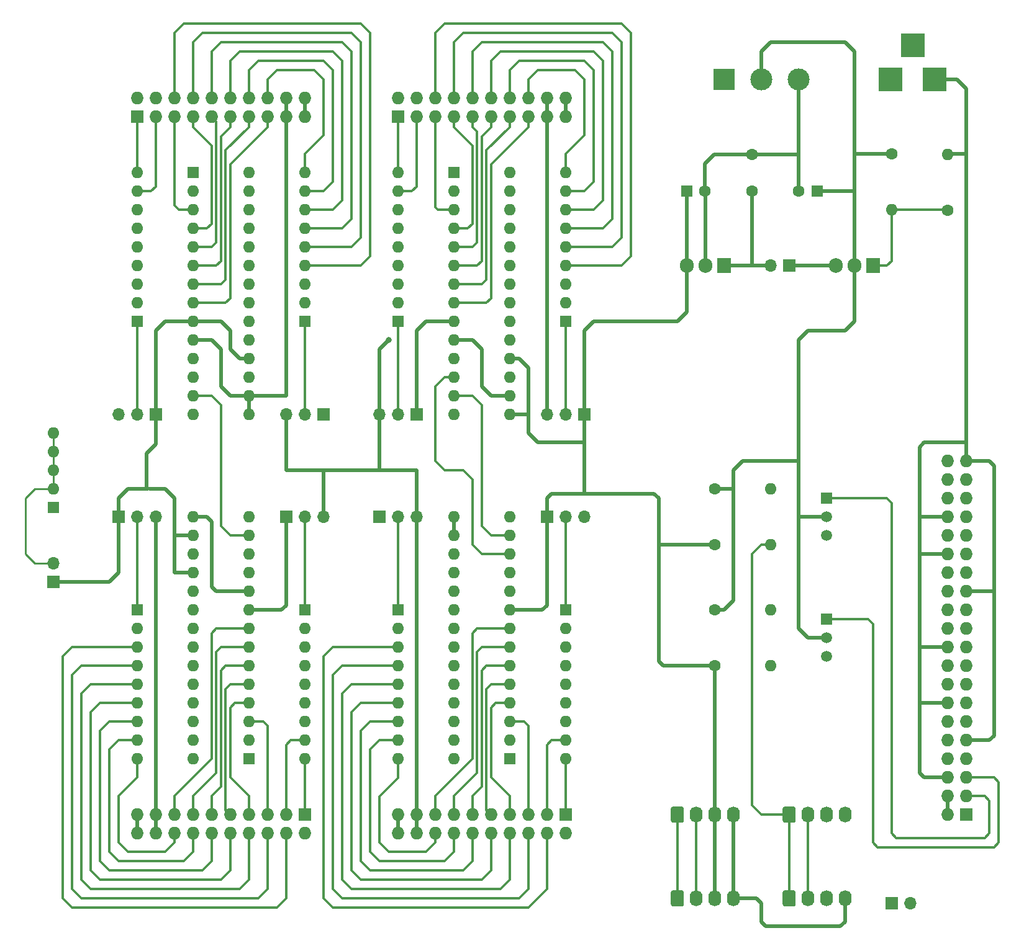
<source format=gbr>
G04 #@! TF.GenerationSoftware,KiCad,Pcbnew,(5.1.10)-1*
G04 #@! TF.CreationDate,2021-10-12T08:16:22+02:00*
G04 #@! TF.ProjectId,FGINT-V3-MASTER-64,4647494e-542d-4563-932d-4d4153544552,rev?*
G04 #@! TF.SameCoordinates,Original*
G04 #@! TF.FileFunction,Copper,L2,Bot*
G04 #@! TF.FilePolarity,Positive*
%FSLAX46Y46*%
G04 Gerber Fmt 4.6, Leading zero omitted, Abs format (unit mm)*
G04 Created by KiCad (PCBNEW (5.1.10)-1) date 2021-10-12 08:16:22*
%MOMM*%
%LPD*%
G01*
G04 APERTURE LIST*
G04 #@! TA.AperFunction,ComponentPad*
%ADD10R,1.500000X1.500000*%
G04 #@! TD*
G04 #@! TA.AperFunction,ComponentPad*
%ADD11C,1.500000*%
G04 #@! TD*
G04 #@! TA.AperFunction,ComponentPad*
%ADD12O,1.700000X1.700000*%
G04 #@! TD*
G04 #@! TA.AperFunction,ComponentPad*
%ADD13R,1.700000X1.700000*%
G04 #@! TD*
G04 #@! TA.AperFunction,ComponentPad*
%ADD14O,1.740000X2.200000*%
G04 #@! TD*
G04 #@! TA.AperFunction,ComponentPad*
%ADD15C,1.600000*%
G04 #@! TD*
G04 #@! TA.AperFunction,ComponentPad*
%ADD16R,1.600000X1.600000*%
G04 #@! TD*
G04 #@! TA.AperFunction,ComponentPad*
%ADD17R,3.200000X3.200000*%
G04 #@! TD*
G04 #@! TA.AperFunction,ComponentPad*
%ADD18R,1.727200X1.727200*%
G04 #@! TD*
G04 #@! TA.AperFunction,ComponentPad*
%ADD19O,1.727200X1.727200*%
G04 #@! TD*
G04 #@! TA.AperFunction,ComponentPad*
%ADD20O,1.600000X1.600000*%
G04 #@! TD*
G04 #@! TA.AperFunction,ComponentPad*
%ADD21O,1.905000X2.000000*%
G04 #@! TD*
G04 #@! TA.AperFunction,ComponentPad*
%ADD22R,1.905000X2.000000*%
G04 #@! TD*
G04 #@! TA.AperFunction,ComponentPad*
%ADD23R,3.000000X3.000000*%
G04 #@! TD*
G04 #@! TA.AperFunction,ComponentPad*
%ADD24C,3.000000*%
G04 #@! TD*
G04 #@! TA.AperFunction,ViaPad*
%ADD25C,0.800000*%
G04 #@! TD*
G04 #@! TA.AperFunction,Conductor*
%ADD26C,0.550000*%
G04 #@! TD*
G04 #@! TA.AperFunction,Conductor*
%ADD27C,0.350000*%
G04 #@! TD*
G04 #@! TA.AperFunction,Conductor*
%ADD28C,0.250000*%
G04 #@! TD*
G04 APERTURE END LIST*
D10*
X222250000Y-116840000D03*
D11*
X222250000Y-121920000D03*
X222250000Y-119380000D03*
D10*
X222250000Y-100330000D03*
D11*
X222250000Y-105410000D03*
X222250000Y-102870000D03*
D12*
X214630000Y-68580000D03*
D13*
X217170000Y-68580000D03*
D12*
X233680000Y-155575000D03*
D13*
X231140000Y-155575000D03*
D14*
X224790000Y-154940000D03*
X222250000Y-154940000D03*
X219710000Y-154940000D03*
G04 #@! TA.AperFunction,ComponentPad*
G36*
G01*
X216300000Y-155790001D02*
X216300000Y-154089999D01*
G75*
G02*
X216549999Y-153840000I249999J0D01*
G01*
X217790001Y-153840000D01*
G75*
G02*
X218040000Y-154089999I0J-249999D01*
G01*
X218040000Y-155790001D01*
G75*
G02*
X217790001Y-156040000I-249999J0D01*
G01*
X216549999Y-156040000D01*
G75*
G02*
X216300000Y-155790001I0J249999D01*
G01*
G37*
G04 #@! TD.AperFunction*
X209550000Y-154940000D03*
X207010000Y-154940000D03*
X204470000Y-154940000D03*
G04 #@! TA.AperFunction,ComponentPad*
G36*
G01*
X201060000Y-155790001D02*
X201060000Y-154089999D01*
G75*
G02*
X201309999Y-153840000I249999J0D01*
G01*
X202550001Y-153840000D01*
G75*
G02*
X202800000Y-154089999I0J-249999D01*
G01*
X202800000Y-155790001D01*
G75*
G02*
X202550001Y-156040000I-249999J0D01*
G01*
X201309999Y-156040000D01*
G75*
G02*
X201060000Y-155790001I0J249999D01*
G01*
G37*
G04 #@! TD.AperFunction*
X209550000Y-143510000D03*
X207010000Y-143510000D03*
X204470000Y-143510000D03*
G04 #@! TA.AperFunction,ComponentPad*
G36*
G01*
X201060000Y-144360001D02*
X201060000Y-142659999D01*
G75*
G02*
X201309999Y-142410000I249999J0D01*
G01*
X202550001Y-142410000D01*
G75*
G02*
X202800000Y-142659999I0J-249999D01*
G01*
X202800000Y-144360001D01*
G75*
G02*
X202550001Y-144610000I-249999J0D01*
G01*
X201309999Y-144610000D01*
G75*
G02*
X201060000Y-144360001I0J249999D01*
G01*
G37*
G04 #@! TD.AperFunction*
D15*
X212090000Y-58420000D03*
X212090000Y-53420000D03*
X205700000Y-58420000D03*
D16*
X203200000Y-58420000D03*
X220980000Y-58420000D03*
D15*
X218480000Y-58420000D03*
D17*
X231000000Y-43180000D03*
X237000000Y-43180000D03*
X234000000Y-38480000D03*
D18*
X241300000Y-143510000D03*
D19*
X238760000Y-143510000D03*
X241300000Y-140970000D03*
X238760000Y-140970000D03*
X241300000Y-138430000D03*
X238760000Y-138430000D03*
X241300000Y-135890000D03*
X238760000Y-135890000D03*
X241300000Y-133350000D03*
X238760000Y-133350000D03*
X241300000Y-130810000D03*
X238760000Y-130810000D03*
X241300000Y-128270000D03*
X238760000Y-128270000D03*
X241300000Y-125730000D03*
X238760000Y-125730000D03*
X241300000Y-123190000D03*
X238760000Y-123190000D03*
X241300000Y-120650000D03*
X238760000Y-120650000D03*
X241300000Y-118110000D03*
X238760000Y-118110000D03*
X241300000Y-115570000D03*
X238760000Y-115570000D03*
X241300000Y-113030000D03*
X238760000Y-113030000D03*
X241300000Y-110490000D03*
X238760000Y-110490000D03*
X241300000Y-107950000D03*
X238760000Y-107950000D03*
X241300000Y-105410000D03*
X238760000Y-105410000D03*
X241300000Y-102870000D03*
X238760000Y-102870000D03*
X241300000Y-100330000D03*
X238760000Y-100330000D03*
X241300000Y-97790000D03*
X238760000Y-97790000D03*
X241300000Y-95250000D03*
X238760000Y-95250000D03*
D15*
X207010000Y-99060000D03*
D20*
X214630000Y-99060000D03*
X214630000Y-115570000D03*
D15*
X207010000Y-115570000D03*
X238760000Y-61000000D03*
D20*
X238760000Y-53380000D03*
X214630000Y-106680000D03*
D15*
X207010000Y-106680000D03*
X207010000Y-123190000D03*
D20*
X214630000Y-123190000D03*
X231140000Y-60960000D03*
D15*
X231140000Y-53340000D03*
D16*
X151130000Y-76200000D03*
D20*
X151130000Y-73660000D03*
X151130000Y-71120000D03*
X151130000Y-68580000D03*
X151130000Y-66040000D03*
X151130000Y-63500000D03*
X151130000Y-60960000D03*
X151130000Y-58420000D03*
X151130000Y-55880000D03*
X128270000Y-55880000D03*
X128270000Y-58420000D03*
X128270000Y-60960000D03*
X128270000Y-63500000D03*
X128270000Y-66040000D03*
X128270000Y-68580000D03*
X128270000Y-71120000D03*
X128270000Y-73660000D03*
D16*
X128270000Y-76200000D03*
X186690000Y-76200000D03*
D20*
X186690000Y-73660000D03*
X186690000Y-71120000D03*
X186690000Y-68580000D03*
X186690000Y-66040000D03*
X186690000Y-63500000D03*
X186690000Y-60960000D03*
X186690000Y-58420000D03*
X186690000Y-55880000D03*
X163830000Y-55880000D03*
X163830000Y-58420000D03*
X163830000Y-60960000D03*
X163830000Y-63500000D03*
X163830000Y-66040000D03*
X163830000Y-68580000D03*
X163830000Y-71120000D03*
X163830000Y-73660000D03*
D16*
X163830000Y-76200000D03*
D20*
X143510000Y-55880000D03*
X135890000Y-88900000D03*
X143510000Y-58420000D03*
X135890000Y-86360000D03*
X143510000Y-60960000D03*
X135890000Y-83820000D03*
X143510000Y-63500000D03*
X135890000Y-81280000D03*
X143510000Y-66040000D03*
X135890000Y-78740000D03*
X143510000Y-68580000D03*
X135890000Y-76200000D03*
X143510000Y-71120000D03*
X135890000Y-73660000D03*
X143510000Y-73660000D03*
X135890000Y-71120000D03*
X143510000Y-76200000D03*
X135890000Y-68580000D03*
X143510000Y-78740000D03*
X135890000Y-66040000D03*
X143510000Y-81280000D03*
X135890000Y-63500000D03*
X143510000Y-83820000D03*
X135890000Y-60960000D03*
X143510000Y-86360000D03*
X135890000Y-58420000D03*
X143510000Y-88900000D03*
D16*
X135890000Y-55880000D03*
D20*
X179070000Y-55880000D03*
X171450000Y-88900000D03*
X179070000Y-58420000D03*
X171450000Y-86360000D03*
X179070000Y-60960000D03*
X171450000Y-83820000D03*
X179070000Y-63500000D03*
X171450000Y-81280000D03*
X179070000Y-66040000D03*
X171450000Y-78740000D03*
X179070000Y-68580000D03*
X171450000Y-76200000D03*
X179070000Y-71120000D03*
X171450000Y-73660000D03*
X179070000Y-73660000D03*
X171450000Y-71120000D03*
X179070000Y-76200000D03*
X171450000Y-68580000D03*
X179070000Y-78740000D03*
X171450000Y-66040000D03*
X179070000Y-81280000D03*
X171450000Y-63500000D03*
X179070000Y-83820000D03*
X171450000Y-60960000D03*
X179070000Y-86360000D03*
X171450000Y-58420000D03*
X179070000Y-88900000D03*
D16*
X171450000Y-55880000D03*
D21*
X203200000Y-68580000D03*
X205740000Y-68580000D03*
D22*
X208280000Y-68580000D03*
X228600000Y-68580000D03*
D21*
X226060000Y-68580000D03*
X223520000Y-68580000D03*
G04 #@! TA.AperFunction,ComponentPad*
G36*
G01*
X216300000Y-144360001D02*
X216300000Y-142659999D01*
G75*
G02*
X216549999Y-142410000I249999J0D01*
G01*
X217790001Y-142410000D01*
G75*
G02*
X218040000Y-142659999I0J-249999D01*
G01*
X218040000Y-144360001D01*
G75*
G02*
X217790001Y-144610000I-249999J0D01*
G01*
X216549999Y-144610000D01*
G75*
G02*
X216300000Y-144360001I0J249999D01*
G01*
G37*
G04 #@! TD.AperFunction*
D14*
X219710000Y-143510000D03*
X222250000Y-143510000D03*
X224790000Y-143510000D03*
D19*
X151130000Y-45720000D03*
X151130000Y-48260000D03*
X148590000Y-45720000D03*
X148590000Y-48260000D03*
X146050000Y-45720000D03*
X146050000Y-48260000D03*
X143510000Y-45720000D03*
X143510000Y-48260000D03*
X140970000Y-45720000D03*
X140970000Y-48260000D03*
X138430000Y-45720000D03*
X138430000Y-48260000D03*
X135890000Y-45720000D03*
X135890000Y-48260000D03*
X133350000Y-45720000D03*
X133350000Y-48260000D03*
X130810000Y-45720000D03*
X130810000Y-48260000D03*
X128270000Y-45720000D03*
D18*
X128270000Y-48260000D03*
D13*
X116840000Y-111760000D03*
D12*
X116840000Y-109220000D03*
X148590000Y-88900000D03*
X151130000Y-88900000D03*
D13*
X153670000Y-88900000D03*
X130810000Y-88900000D03*
D12*
X128270000Y-88900000D03*
X125730000Y-88900000D03*
D18*
X163830000Y-48260000D03*
D19*
X163830000Y-45720000D03*
X166370000Y-48260000D03*
X166370000Y-45720000D03*
X168910000Y-48260000D03*
X168910000Y-45720000D03*
X171450000Y-48260000D03*
X171450000Y-45720000D03*
X173990000Y-48260000D03*
X173990000Y-45720000D03*
X176530000Y-48260000D03*
X176530000Y-45720000D03*
X179070000Y-48260000D03*
X179070000Y-45720000D03*
X181610000Y-48260000D03*
X181610000Y-45720000D03*
X184150000Y-48260000D03*
X184150000Y-45720000D03*
X186690000Y-48260000D03*
X186690000Y-45720000D03*
D13*
X189230000Y-88900000D03*
D12*
X186690000Y-88900000D03*
X184150000Y-88900000D03*
X161290000Y-88900000D03*
X163830000Y-88900000D03*
D13*
X166370000Y-88900000D03*
D19*
X128270000Y-146050000D03*
X128270000Y-143510000D03*
X130810000Y-146050000D03*
X130810000Y-143510000D03*
X133350000Y-146050000D03*
X133350000Y-143510000D03*
X135890000Y-146050000D03*
X135890000Y-143510000D03*
X138430000Y-146050000D03*
X138430000Y-143510000D03*
X140970000Y-146050000D03*
X140970000Y-143510000D03*
X143510000Y-146050000D03*
X143510000Y-143510000D03*
X146050000Y-146050000D03*
X146050000Y-143510000D03*
X148590000Y-146050000D03*
X148590000Y-143510000D03*
X151130000Y-146050000D03*
D18*
X151130000Y-143510000D03*
D12*
X130810000Y-102870000D03*
X128270000Y-102870000D03*
D13*
X125730000Y-102870000D03*
D12*
X153670000Y-102870000D03*
X151130000Y-102870000D03*
D13*
X148590000Y-102870000D03*
D18*
X186690000Y-143510000D03*
D19*
X186690000Y-146050000D03*
X184150000Y-143510000D03*
X184150000Y-146050000D03*
X181610000Y-143510000D03*
X181610000Y-146050000D03*
X179070000Y-143510000D03*
X179070000Y-146050000D03*
X176530000Y-143510000D03*
X176530000Y-146050000D03*
X173990000Y-143510000D03*
X173990000Y-146050000D03*
X171450000Y-143510000D03*
X171450000Y-146050000D03*
X168910000Y-143510000D03*
X168910000Y-146050000D03*
X166370000Y-143510000D03*
X166370000Y-146050000D03*
X163830000Y-143510000D03*
X163830000Y-146050000D03*
D13*
X161290000Y-102870000D03*
D12*
X163830000Y-102870000D03*
X166370000Y-102870000D03*
D13*
X184150000Y-102870000D03*
D12*
X186690000Y-102870000D03*
X189230000Y-102870000D03*
D16*
X116840000Y-101600000D03*
D20*
X116840000Y-99060000D03*
X116840000Y-96520000D03*
X116840000Y-93980000D03*
X116840000Y-91440000D03*
D16*
X151130000Y-115570000D03*
D20*
X151130000Y-118110000D03*
X151130000Y-120650000D03*
X151130000Y-123190000D03*
X151130000Y-125730000D03*
X151130000Y-128270000D03*
X151130000Y-130810000D03*
X151130000Y-133350000D03*
X151130000Y-135890000D03*
D16*
X128270000Y-115570000D03*
D20*
X128270000Y-118110000D03*
X128270000Y-120650000D03*
X128270000Y-123190000D03*
X128270000Y-125730000D03*
X128270000Y-128270000D03*
X128270000Y-130810000D03*
X128270000Y-133350000D03*
X128270000Y-135890000D03*
X186690000Y-135890000D03*
X186690000Y-133350000D03*
X186690000Y-130810000D03*
X186690000Y-128270000D03*
X186690000Y-125730000D03*
X186690000Y-123190000D03*
X186690000Y-120650000D03*
X186690000Y-118110000D03*
D16*
X186690000Y-115570000D03*
D20*
X163830000Y-135890000D03*
X163830000Y-133350000D03*
X163830000Y-130810000D03*
X163830000Y-128270000D03*
X163830000Y-125730000D03*
X163830000Y-123190000D03*
X163830000Y-120650000D03*
X163830000Y-118110000D03*
D16*
X163830000Y-115570000D03*
X143510000Y-135890000D03*
D20*
X135890000Y-102870000D03*
X143510000Y-133350000D03*
X135890000Y-105410000D03*
X143510000Y-130810000D03*
X135890000Y-107950000D03*
X143510000Y-128270000D03*
X135890000Y-110490000D03*
X143510000Y-125730000D03*
X135890000Y-113030000D03*
X143510000Y-123190000D03*
X135890000Y-115570000D03*
X143510000Y-120650000D03*
X135890000Y-118110000D03*
X143510000Y-118110000D03*
X135890000Y-120650000D03*
X143510000Y-115570000D03*
X135890000Y-123190000D03*
X143510000Y-113030000D03*
X135890000Y-125730000D03*
X143510000Y-110490000D03*
X135890000Y-128270000D03*
X143510000Y-107950000D03*
X135890000Y-130810000D03*
X143510000Y-105410000D03*
X135890000Y-133350000D03*
X143510000Y-102870000D03*
X135890000Y-135890000D03*
X171450000Y-135890000D03*
X179070000Y-102870000D03*
X171450000Y-133350000D03*
X179070000Y-105410000D03*
X171450000Y-130810000D03*
X179070000Y-107950000D03*
X171450000Y-128270000D03*
X179070000Y-110490000D03*
X171450000Y-125730000D03*
X179070000Y-113030000D03*
X171450000Y-123190000D03*
X179070000Y-115570000D03*
X171450000Y-120650000D03*
X179070000Y-118110000D03*
X171450000Y-118110000D03*
X179070000Y-120650000D03*
X171450000Y-115570000D03*
X179070000Y-123190000D03*
X171450000Y-113030000D03*
X179070000Y-125730000D03*
X171450000Y-110490000D03*
X179070000Y-128270000D03*
X171450000Y-107950000D03*
X179070000Y-130810000D03*
X171450000Y-105410000D03*
X179070000Y-133350000D03*
X171450000Y-102870000D03*
D16*
X179070000Y-135890000D03*
D23*
X208280000Y-43180000D03*
D24*
X213360000Y-43180000D03*
X218440000Y-43180000D03*
D25*
X162560000Y-78740000D03*
D26*
X143510000Y-88900000D02*
X143510000Y-86360000D01*
X148590000Y-48260000D02*
X148590000Y-45720000D01*
X209550000Y-143510000D02*
X209550000Y-154940000D01*
X130810000Y-143510000D02*
X130810000Y-102870000D01*
X184150000Y-45720000D02*
X184150000Y-48260000D01*
X137795000Y-102870000D02*
X135890000Y-102870000D01*
X138430000Y-103505000D02*
X137795000Y-102870000D01*
X138430000Y-112395000D02*
X138430000Y-103505000D01*
X143510000Y-113030000D02*
X139065000Y-113030000D01*
X139065000Y-113030000D02*
X138430000Y-112395000D01*
X176530000Y-86360000D02*
X179070000Y-86360000D01*
X175260000Y-85090000D02*
X176530000Y-86360000D01*
X175260000Y-80010000D02*
X175260000Y-85090000D01*
X171932700Y-78740000D02*
X173990000Y-78740000D01*
X173990000Y-78740000D02*
X175260000Y-80010000D01*
X218440000Y-58380000D02*
X218480000Y-58420000D01*
X212090000Y-53420000D02*
X218440000Y-53420000D01*
X218440000Y-53420000D02*
X218440000Y-58380000D01*
X148590000Y-86360000D02*
X148590000Y-48260000D01*
X143510000Y-86360000D02*
X148590000Y-86360000D01*
X161290000Y-90375300D02*
X161290000Y-88900000D01*
X161290000Y-96520000D02*
X161290000Y-90375300D01*
X153670000Y-102870000D02*
X153670000Y-96520000D01*
X148590000Y-96520000D02*
X148590000Y-88900000D01*
X161290000Y-96520000D02*
X148590000Y-96520000D01*
X138430000Y-78740000D02*
X135890000Y-78740000D01*
X139700000Y-80010000D02*
X138430000Y-78740000D01*
X139700000Y-85090000D02*
X139700000Y-80010000D01*
X143510000Y-86360000D02*
X140970000Y-86360000D01*
X140970000Y-86360000D02*
X139700000Y-85090000D01*
X241300000Y-113030000D02*
X245110000Y-113030000D01*
X241300000Y-92710000D02*
X241300000Y-95250000D01*
X234950000Y-107950000D02*
X238760000Y-107950000D01*
X234950000Y-102870000D02*
X234950000Y-107950000D01*
X238760000Y-102870000D02*
X234950000Y-102870000D01*
X234950000Y-107950000D02*
X234950000Y-120650000D01*
X234950000Y-120650000D02*
X238760000Y-120650000D01*
X234950000Y-120650000D02*
X234950000Y-128270000D01*
X234950000Y-128270000D02*
X238760000Y-128270000D01*
X161290000Y-96520000D02*
X166370000Y-96520000D01*
X166370000Y-96520000D02*
X166370000Y-102870000D01*
X166370000Y-143510000D02*
X166370000Y-102870000D01*
X184150000Y-88900000D02*
X184150000Y-48260000D01*
X166370000Y-143510000D02*
X166370000Y-146050000D01*
X130810000Y-143510000D02*
X130810000Y-146050000D01*
X218440000Y-53420000D02*
X218440000Y-43180000D01*
X205740000Y-58460000D02*
X205700000Y-58420000D01*
X205740000Y-68580000D02*
X205740000Y-58460000D01*
X238095500Y-92710000D02*
X241300000Y-92710000D01*
X235585000Y-92710000D02*
X238095500Y-92710000D01*
X234950000Y-102870000D02*
X234950000Y-93345000D01*
X234950000Y-93345000D02*
X235585000Y-92710000D01*
X245110000Y-95885000D02*
X244475000Y-95250000D01*
X245110000Y-132715000D02*
X245110000Y-95885000D01*
X241300000Y-133350000D02*
X244475000Y-133350000D01*
X244475000Y-95250000D02*
X241300000Y-95250000D01*
X244475000Y-133350000D02*
X245110000Y-132715000D01*
X235585000Y-138430000D02*
X238760000Y-138430000D01*
X234950000Y-128270000D02*
X234950000Y-137795000D01*
X234950000Y-137795000D02*
X235585000Y-138430000D01*
X206930000Y-53420000D02*
X212090000Y-53420000D01*
X205700000Y-58420000D02*
X205700000Y-54650000D01*
X205700000Y-54650000D02*
X206930000Y-53420000D01*
X212725000Y-154940000D02*
X209550000Y-154940000D01*
X213360000Y-155575000D02*
X212725000Y-154940000D01*
X224790000Y-158115000D02*
X224155000Y-158750000D01*
X224790000Y-154940000D02*
X224790000Y-158115000D01*
X224155000Y-158750000D02*
X213995000Y-158750000D01*
X213995000Y-158750000D02*
X213360000Y-158115000D01*
X213360000Y-158115000D02*
X213360000Y-155575000D01*
X238760000Y-53380000D02*
X238800000Y-53340000D01*
X241300000Y-53340000D02*
X241300000Y-92710000D01*
X238800000Y-53340000D02*
X241300000Y-53340000D01*
X241300000Y-53340000D02*
X241300000Y-44450000D01*
X241300000Y-44450000D02*
X240030000Y-43180000D01*
X240030000Y-43180000D02*
X237000000Y-43180000D01*
X161290000Y-88900000D02*
X161290000Y-81280000D01*
X161290000Y-81280000D02*
X161290000Y-80010000D01*
X161290000Y-80010000D02*
X162560000Y-78740000D01*
X207010000Y-143510000D02*
X207010000Y-154940000D01*
X207010000Y-123190000D02*
X207010000Y-143510000D01*
X171450000Y-102870000D02*
X171450000Y-105410000D01*
X151130000Y-48260000D02*
X151130000Y-45720000D01*
X128270000Y-143510000D02*
X128270000Y-146050000D01*
X186690000Y-45720000D02*
X186690000Y-48260000D01*
X148590000Y-114935000D02*
X148590000Y-102870000D01*
X143510000Y-115570000D02*
X147955000Y-115570000D01*
X147955000Y-115570000D02*
X148590000Y-114935000D01*
X184150000Y-114935000D02*
X184150000Y-102870000D01*
X179070000Y-115570000D02*
X183515000Y-115570000D01*
X183515000Y-115570000D02*
X184150000Y-114935000D01*
X184785000Y-99695000D02*
X189230000Y-99695000D01*
X184150000Y-102870000D02*
X184150000Y-100330000D01*
X184150000Y-100330000D02*
X184785000Y-99695000D01*
X198755000Y-99695000D02*
X189230000Y-99695000D01*
X199390000Y-100330000D02*
X198755000Y-99695000D01*
X199390000Y-122555000D02*
X199390000Y-100330000D01*
X207010000Y-123190000D02*
X200025000Y-123190000D01*
X200025000Y-123190000D02*
X199390000Y-122555000D01*
X189230000Y-99695000D02*
X189230000Y-88900000D01*
X181610000Y-88900000D02*
X179070000Y-88900000D01*
X182880000Y-92710000D02*
X189230000Y-92710000D01*
X181610000Y-88900000D02*
X181610000Y-91440000D01*
X181610000Y-91440000D02*
X182880000Y-92710000D01*
X181610000Y-82550000D02*
X181610000Y-88900000D01*
X179070000Y-81280000D02*
X180340000Y-81280000D01*
X180340000Y-81280000D02*
X181610000Y-82550000D01*
X203200000Y-68580000D02*
X203200000Y-58420000D01*
X124460000Y-111760000D02*
X116840000Y-111760000D01*
X125730000Y-102870000D02*
X125730000Y-110490000D01*
X125730000Y-110490000D02*
X124460000Y-111760000D01*
X133350000Y-110490000D02*
X133350000Y-105410000D01*
X135890000Y-110490000D02*
X133350000Y-110490000D01*
X135890000Y-105410000D02*
X133350000Y-105410000D01*
X127000000Y-99060000D02*
X129540000Y-99060000D01*
X125730000Y-102870000D02*
X125730000Y-100330000D01*
X125730000Y-100330000D02*
X127000000Y-99060000D01*
X132080000Y-99060000D02*
X129951000Y-99060000D01*
X133350000Y-105254700D02*
X133350000Y-100330000D01*
X133350000Y-100330000D02*
X132080000Y-99060000D01*
X130810000Y-92915500D02*
X130810000Y-88900000D01*
X129540000Y-94185500D02*
X130810000Y-92915500D01*
X129745500Y-99060000D02*
X129540000Y-98854500D01*
X129540000Y-98854500D02*
X129540000Y-94185500D01*
X142240000Y-81280000D02*
X143510000Y-81280000D01*
X140970000Y-80010000D02*
X142240000Y-81280000D01*
X140970000Y-77470000D02*
X140970000Y-80010000D01*
X135890000Y-76200000D02*
X139700000Y-76200000D01*
X139700000Y-76200000D02*
X140970000Y-77470000D01*
X167640000Y-76200000D02*
X171450000Y-76200000D01*
X166370000Y-88900000D02*
X166370000Y-77470000D01*
X166370000Y-77470000D02*
X167640000Y-76200000D01*
X132080000Y-76200000D02*
X135890000Y-76200000D01*
X130810000Y-88900000D02*
X130810000Y-77470000D01*
X130810000Y-77470000D02*
X132080000Y-76200000D01*
X203200000Y-74930000D02*
X203200000Y-68580000D01*
X201930000Y-76200000D02*
X203200000Y-74930000D01*
X190500000Y-76200000D02*
X201930000Y-76200000D01*
X189230000Y-88900000D02*
X189230000Y-77470000D01*
X189230000Y-77470000D02*
X190500000Y-76200000D01*
X207010000Y-106680000D02*
X199390000Y-106680000D01*
X163830000Y-143510000D02*
X163830000Y-146050000D01*
X222250000Y-102870000D02*
X220874700Y-102870000D01*
X218440000Y-102870000D02*
X220874700Y-102870000D01*
X218440000Y-95250000D02*
X218440000Y-102870000D01*
X226060000Y-53340000D02*
X226060000Y-58420000D01*
X226060000Y-58420000D02*
X220980000Y-58420000D01*
X213360000Y-39370000D02*
X213360000Y-43180000D01*
X214630000Y-38100000D02*
X213360000Y-39370000D01*
X224790000Y-38100000D02*
X214630000Y-38100000D01*
X226060000Y-53340000D02*
X226060000Y-39370000D01*
X226060000Y-39370000D02*
X224790000Y-38100000D01*
X218440000Y-118110000D02*
X218440000Y-102870000D01*
X222250000Y-119380000D02*
X219710000Y-119380000D01*
X219710000Y-119380000D02*
X218440000Y-118110000D01*
X207010000Y-115570000D02*
X208280000Y-115570000D01*
X208280000Y-115570000D02*
X209550000Y-114300000D01*
X207010000Y-99060000D02*
X209550000Y-99060000D01*
X209550000Y-114300000D02*
X209550000Y-99060000D01*
X209550000Y-96520000D02*
X209550000Y-99060000D01*
X218440000Y-95250000D02*
X210820000Y-95250000D01*
X210820000Y-95250000D02*
X209550000Y-96520000D01*
X231140000Y-53340000D02*
X226060000Y-53340000D01*
X218440000Y-78740000D02*
X218440000Y-95250000D01*
X219710000Y-77470000D02*
X218440000Y-78740000D01*
X224790000Y-77470000D02*
X219710000Y-77470000D01*
X226060000Y-58420000D02*
X226060000Y-76200000D01*
X226060000Y-76200000D02*
X224790000Y-77470000D01*
D27*
X151130000Y-53312350D02*
X151130000Y-55880000D01*
X146050000Y-43180000D02*
X147320000Y-41910000D01*
X146050000Y-45720000D02*
X146050000Y-43180000D01*
X147320000Y-41910000D02*
X152400000Y-41910000D01*
X152400000Y-41910000D02*
X153670000Y-43180000D01*
X153670000Y-43180000D02*
X153670000Y-50772350D01*
X153670000Y-50772350D02*
X151130000Y-53312350D01*
X146050000Y-49648900D02*
X146050000Y-48260000D01*
X140970000Y-54728900D02*
X146050000Y-49648900D01*
X140970000Y-73025000D02*
X140970000Y-54728900D01*
X135890000Y-73660000D02*
X140335000Y-73660000D01*
X140335000Y-73660000D02*
X140970000Y-73025000D01*
X143510000Y-41910000D02*
X143510000Y-45720000D01*
X153670000Y-58420000D02*
X154940000Y-57150000D01*
X151130000Y-58420000D02*
X153670000Y-58420000D01*
X154940000Y-57150000D02*
X154940000Y-41910000D01*
X154940000Y-41910000D02*
X153670000Y-40640000D01*
X153670000Y-40640000D02*
X144780000Y-40640000D01*
X144780000Y-40640000D02*
X143510000Y-41910000D01*
X143510000Y-49648900D02*
X143510000Y-48260000D01*
X140335000Y-52823900D02*
X143510000Y-49648900D01*
X140335000Y-70485000D02*
X140335000Y-52823900D01*
X135890000Y-71120000D02*
X139700000Y-71120000D01*
X139700000Y-71120000D02*
X140335000Y-70485000D01*
X140970000Y-40640000D02*
X140970000Y-45720000D01*
X154940000Y-60960000D02*
X156210000Y-59690000D01*
X151130000Y-60960000D02*
X154940000Y-60960000D01*
X156210000Y-59690000D02*
X156210000Y-40640000D01*
X156210000Y-40640000D02*
X154940000Y-39370000D01*
X154940000Y-39370000D02*
X142240000Y-39370000D01*
X142240000Y-39370000D02*
X140970000Y-40640000D01*
X139065000Y-68580000D02*
X135890000Y-68580000D01*
X139700000Y-67945000D02*
X139065000Y-68580000D01*
X139700000Y-50918900D02*
X139700000Y-67945000D01*
X140970000Y-48260000D02*
X140970000Y-49648900D01*
X140970000Y-49648900D02*
X139700000Y-50918900D01*
X138430000Y-39370000D02*
X138430000Y-45720000D01*
X156210000Y-63500000D02*
X157480000Y-62230000D01*
X151130000Y-63500000D02*
X156210000Y-63500000D01*
X157480000Y-62230000D02*
X157480000Y-39370000D01*
X157480000Y-39370000D02*
X156210000Y-38100000D01*
X156210000Y-38100000D02*
X139700000Y-38100000D01*
X139700000Y-38100000D02*
X138430000Y-39370000D01*
X138430000Y-66040000D02*
X135890000Y-66040000D01*
X139065000Y-65405000D02*
X138430000Y-66040000D01*
X138430000Y-48260000D02*
X139065000Y-48895000D01*
X139065000Y-48895000D02*
X139065000Y-65405000D01*
X135890000Y-38100000D02*
X135890000Y-45720000D01*
X157480000Y-66040000D02*
X158750000Y-64770000D01*
X151130000Y-66040000D02*
X157480000Y-66040000D01*
X158750000Y-64770000D02*
X158750000Y-38100000D01*
X158750000Y-38100000D02*
X157480000Y-36830000D01*
X157480000Y-36830000D02*
X137160000Y-36830000D01*
X137160000Y-36830000D02*
X135890000Y-38100000D01*
X137795000Y-63500000D02*
X135890000Y-63500000D01*
X138430000Y-62865000D02*
X137795000Y-63500000D01*
X138430000Y-52188900D02*
X138430000Y-62865000D01*
X135890000Y-48260000D02*
X135890000Y-49648900D01*
X135890000Y-49648900D02*
X138430000Y-52188900D01*
X133350000Y-36830000D02*
X133350000Y-45720000D01*
X158750000Y-68580000D02*
X160020000Y-67310000D01*
X151130000Y-68580000D02*
X158750000Y-68580000D01*
X160020000Y-67310000D02*
X160020000Y-36830000D01*
X160020000Y-36830000D02*
X158750000Y-35560000D01*
X158750000Y-35560000D02*
X134620000Y-35560000D01*
X134620000Y-35560000D02*
X133350000Y-36830000D01*
X133350000Y-60325000D02*
X133350000Y-48260000D01*
X135890000Y-60960000D02*
X133985000Y-60960000D01*
X133985000Y-60960000D02*
X133350000Y-60325000D01*
X130175000Y-58420000D02*
X128270000Y-58420000D01*
X130810000Y-48260000D02*
X130810000Y-57785000D01*
X130810000Y-57785000D02*
X130175000Y-58420000D01*
X128270000Y-48260000D02*
X128270000Y-55880000D01*
X151130000Y-88900000D02*
X151130000Y-76200000D01*
X128270000Y-88900000D02*
X128270000Y-76200000D01*
X163830000Y-48260000D02*
X163830000Y-55880000D01*
X165735000Y-58420000D02*
X163830000Y-58420000D01*
X166370000Y-48260000D02*
X166370000Y-57785000D01*
X166370000Y-57785000D02*
X165735000Y-58420000D01*
X168910000Y-60568750D02*
X168910000Y-48260000D01*
X171450000Y-60960000D02*
X169301250Y-60960000D01*
X169301250Y-60960000D02*
X168910000Y-60568750D01*
X168910000Y-36830000D02*
X168910000Y-45720000D01*
X186690000Y-68580000D02*
X194310000Y-68580000D01*
X194310000Y-68580000D02*
X195580000Y-67310000D01*
X195580000Y-67310000D02*
X195580000Y-36830000D01*
X195580000Y-36830000D02*
X194310000Y-35560000D01*
X194310000Y-35560000D02*
X170180000Y-35560000D01*
X170180000Y-35560000D02*
X168910000Y-36830000D01*
X173355000Y-63500000D02*
X171450000Y-63500000D01*
X173990000Y-62865000D02*
X173355000Y-63500000D01*
X173990000Y-52188900D02*
X173990000Y-62865000D01*
X171450000Y-48260000D02*
X171450000Y-49648900D01*
X171450000Y-49648900D02*
X173990000Y-52188900D01*
X171450000Y-38100000D02*
X171450000Y-45720000D01*
X186690000Y-66040000D02*
X193040000Y-66040000D01*
X193040000Y-66040000D02*
X194310000Y-64770000D01*
X194310000Y-64770000D02*
X194310000Y-38100000D01*
X194310000Y-38100000D02*
X193040000Y-36830000D01*
X193040000Y-36830000D02*
X172720000Y-36830000D01*
X172720000Y-36830000D02*
X171450000Y-38100000D01*
X173990000Y-66040000D02*
X171450000Y-66040000D01*
X174625000Y-65405000D02*
X173990000Y-66040000D01*
X174625000Y-50283900D02*
X174625000Y-65405000D01*
X173990000Y-48260000D02*
X173990000Y-49648900D01*
X173990000Y-49648900D02*
X174625000Y-50283900D01*
X173990000Y-39370000D02*
X173990000Y-45720000D01*
X191770000Y-63500000D02*
X193040000Y-62230000D01*
X193040000Y-62230000D02*
X193040000Y-39370000D01*
X193040000Y-39370000D02*
X191770000Y-38100000D01*
X191770000Y-38100000D02*
X175260000Y-38100000D01*
X186690000Y-63500000D02*
X191770000Y-63500000D01*
X175260000Y-38100000D02*
X173990000Y-39370000D01*
X174625000Y-68580000D02*
X171450000Y-68580000D01*
X175260000Y-67945000D02*
X174625000Y-68580000D01*
X175260000Y-50918900D02*
X175260000Y-67945000D01*
X176530000Y-48260000D02*
X176530000Y-49648900D01*
X176530000Y-49648900D02*
X175260000Y-50918900D01*
X190500000Y-60960000D02*
X186690000Y-60960000D01*
X176530000Y-40640000D02*
X177800000Y-39370000D01*
X176530000Y-45720000D02*
X176530000Y-40640000D01*
X177800000Y-39370000D02*
X190500000Y-39370000D01*
X190500000Y-39370000D02*
X191770000Y-40640000D01*
X191770000Y-40640000D02*
X191770000Y-59690000D01*
X191770000Y-59690000D02*
X190500000Y-60960000D01*
X175260000Y-71120000D02*
X171450000Y-71120000D01*
X175895000Y-70485000D02*
X175260000Y-71120000D01*
X175895000Y-52823900D02*
X175895000Y-70485000D01*
X179070000Y-48260000D02*
X179070000Y-49648900D01*
X179070000Y-49648900D02*
X175895000Y-52823900D01*
X189230000Y-58420000D02*
X186690000Y-58420000D01*
X179070000Y-41910000D02*
X180340000Y-40640000D01*
X180340000Y-40640000D02*
X189230000Y-40640000D01*
X189230000Y-40640000D02*
X190500000Y-41910000D01*
X179070000Y-45720000D02*
X179070000Y-41910000D01*
X190500000Y-41910000D02*
X190500000Y-57150000D01*
X190500000Y-57150000D02*
X189230000Y-58420000D01*
X175895000Y-73660000D02*
X171450000Y-73660000D01*
X176530000Y-73025000D02*
X175895000Y-73660000D01*
X176530000Y-54728900D02*
X176530000Y-73025000D01*
X181610000Y-48260000D02*
X181610000Y-49648900D01*
X181610000Y-49648900D02*
X176530000Y-54728900D01*
X186690000Y-53312350D02*
X186690000Y-55880000D01*
X181610000Y-43180000D02*
X182880000Y-41910000D01*
X181610000Y-45720000D02*
X181610000Y-43180000D01*
X182880000Y-41910000D02*
X187960000Y-41910000D01*
X187960000Y-41910000D02*
X189230000Y-43180000D01*
X189230000Y-43180000D02*
X189230000Y-50772350D01*
X189230000Y-50772350D02*
X186690000Y-53312350D01*
X186690000Y-88900000D02*
X186690000Y-76200000D01*
X163830000Y-88900000D02*
X163830000Y-76200000D01*
X151130000Y-143510000D02*
X151130000Y-135890000D01*
X149225000Y-133350000D02*
X151130000Y-133350000D01*
X148590000Y-143510000D02*
X148590000Y-133985000D01*
X148590000Y-133985000D02*
X149225000Y-133350000D01*
X148590000Y-147271314D02*
X148590000Y-146050000D01*
X148590000Y-154940000D02*
X148590000Y-147271314D01*
X128270000Y-120650000D02*
X119380000Y-120650000D01*
X119380000Y-120650000D02*
X118110000Y-121920000D01*
X118110000Y-121920000D02*
X118110000Y-154940000D01*
X118110000Y-154940000D02*
X119380000Y-156210000D01*
X119380000Y-156210000D02*
X147320000Y-156210000D01*
X147320000Y-156210000D02*
X148590000Y-154940000D01*
X146050000Y-131417318D02*
X146050000Y-143510000D01*
X143510000Y-130810000D02*
X145442682Y-130810000D01*
X145442682Y-130810000D02*
X146050000Y-131417318D01*
X146050000Y-153670000D02*
X146050000Y-147271314D01*
X146050000Y-147271314D02*
X146050000Y-146050000D01*
X120650000Y-123190000D02*
X119380000Y-124460000D01*
X128270000Y-123190000D02*
X120650000Y-123190000D01*
X119380000Y-124460000D02*
X119380000Y-153670000D01*
X119380000Y-153670000D02*
X120650000Y-154940000D01*
X120650000Y-154940000D02*
X144780000Y-154940000D01*
X144780000Y-154940000D02*
X146050000Y-153670000D01*
X143510000Y-140970000D02*
X143510000Y-143510000D01*
X140970000Y-138430000D02*
X143510000Y-140970000D01*
X140970000Y-128905000D02*
X140970000Y-138430000D01*
X143510000Y-128270000D02*
X141605000Y-128270000D01*
X141605000Y-128270000D02*
X140970000Y-128905000D01*
X143510000Y-147271314D02*
X143510000Y-146050000D01*
X143510000Y-152400000D02*
X143510000Y-147271314D01*
X121920000Y-125730000D02*
X120650000Y-127000000D01*
X128270000Y-125730000D02*
X121920000Y-125730000D01*
X120650000Y-127000000D02*
X120650000Y-152400000D01*
X120650000Y-152400000D02*
X121920000Y-153670000D01*
X121920000Y-153670000D02*
X142240000Y-153670000D01*
X142240000Y-153670000D02*
X143510000Y-152400000D01*
X140970000Y-125730000D02*
X143510000Y-125730000D01*
X140335000Y-126365000D02*
X140970000Y-125730000D01*
X140970000Y-143510000D02*
X140335000Y-142875000D01*
X140335000Y-142875000D02*
X140335000Y-126365000D01*
X140970000Y-147271314D02*
X140970000Y-146050000D01*
X140970000Y-151130000D02*
X140970000Y-147271314D01*
X128270000Y-128270000D02*
X123190000Y-128270000D01*
X123190000Y-128270000D02*
X121920000Y-129540000D01*
X121920000Y-129540000D02*
X121920000Y-151130000D01*
X121920000Y-151130000D02*
X123190000Y-152400000D01*
X123190000Y-152400000D02*
X139700000Y-152400000D01*
X139700000Y-152400000D02*
X140970000Y-151130000D01*
X140335000Y-123190000D02*
X143510000Y-123190000D01*
X139700000Y-123825000D02*
X140335000Y-123190000D01*
X139700000Y-139700000D02*
X139700000Y-123825000D01*
X138430000Y-143510000D02*
X138430000Y-140970000D01*
X138430000Y-140970000D02*
X139700000Y-139700000D01*
X138430000Y-149860000D02*
X138430000Y-146050000D01*
X124460000Y-130810000D02*
X123190000Y-132080000D01*
X128270000Y-130810000D02*
X124460000Y-130810000D01*
X123190000Y-132080000D02*
X123190000Y-149860000D01*
X123190000Y-149860000D02*
X124460000Y-151130000D01*
X124460000Y-151130000D02*
X137160000Y-151130000D01*
X137160000Y-151130000D02*
X138430000Y-149860000D01*
X139700000Y-120650000D02*
X143510000Y-120650000D01*
X139065000Y-121285000D02*
X139700000Y-120650000D01*
X139065000Y-137795000D02*
X139065000Y-121285000D01*
X135890000Y-143510000D02*
X135890000Y-140970000D01*
X135890000Y-140970000D02*
X139065000Y-137795000D01*
X135890000Y-148590000D02*
X135890000Y-146050000D01*
X125730000Y-133350000D02*
X124460000Y-134620000D01*
X128270000Y-133350000D02*
X125730000Y-133350000D01*
X124460000Y-134620000D02*
X124460000Y-148590000D01*
X124460000Y-148590000D02*
X125730000Y-149860000D01*
X125730000Y-149860000D02*
X134620000Y-149860000D01*
X134620000Y-149860000D02*
X135890000Y-148590000D01*
X133350000Y-140940275D02*
X133350000Y-143510000D01*
X138430000Y-135860275D02*
X133350000Y-140940275D01*
X138430000Y-118745000D02*
X138430000Y-135860275D01*
X143510000Y-118110000D02*
X139065000Y-118110000D01*
X139065000Y-118110000D02*
X138430000Y-118745000D01*
X133350000Y-147320000D02*
X133350000Y-146050000D01*
X128270000Y-135890000D02*
X128270000Y-138430000D01*
X128270000Y-138430000D02*
X125730000Y-140970000D01*
X125730000Y-140970000D02*
X125730000Y-147320000D01*
X125730000Y-147320000D02*
X127000000Y-148590000D01*
X127000000Y-148590000D02*
X132080000Y-148590000D01*
X132080000Y-148590000D02*
X133350000Y-147320000D01*
X128270000Y-102870000D02*
X128270000Y-115570000D01*
X151130000Y-102870000D02*
X151130000Y-115570000D01*
X186690000Y-143510000D02*
X186690000Y-142121100D01*
X186690000Y-135890000D02*
X186690000Y-137215300D01*
X186690000Y-137215300D02*
X186690000Y-142121100D01*
X184785000Y-133350000D02*
X186690000Y-133350000D01*
X184150000Y-143510000D02*
X184150000Y-133985000D01*
X184150000Y-133985000D02*
X184785000Y-133350000D01*
X184150000Y-153670000D02*
X184150000Y-146050000D01*
X163830000Y-120650000D02*
X154940000Y-120650000D01*
X153670000Y-121920000D02*
X153670000Y-154940000D01*
X153670000Y-154940000D02*
X154940000Y-156210000D01*
X154940000Y-120650000D02*
X153670000Y-121920000D01*
X154940000Y-156210000D02*
X181610000Y-156210000D01*
X181610000Y-156210000D02*
X184150000Y-153670000D01*
X181002682Y-130810000D02*
X179070000Y-130810000D01*
X181610000Y-143510000D02*
X181610000Y-131417318D01*
X181610000Y-131417318D02*
X181002682Y-130810000D01*
X181610000Y-153670000D02*
X181610000Y-146050000D01*
X156210000Y-123190000D02*
X154940000Y-124460000D01*
X163830000Y-123190000D02*
X156210000Y-123190000D01*
X154940000Y-124460000D02*
X154940000Y-153670000D01*
X154940000Y-153670000D02*
X156210000Y-154940000D01*
X156210000Y-154940000D02*
X180340000Y-154940000D01*
X180340000Y-154940000D02*
X181610000Y-153670000D01*
X177165000Y-128270000D02*
X179070000Y-128270000D01*
X176530000Y-128905000D02*
X177165000Y-128270000D01*
X176530000Y-138430000D02*
X176530000Y-128905000D01*
X179070000Y-143510000D02*
X179070000Y-140970000D01*
X179070000Y-140970000D02*
X176530000Y-138430000D01*
X179070000Y-152400000D02*
X179070000Y-146050000D01*
X157480000Y-125730000D02*
X156210000Y-127000000D01*
X163830000Y-125730000D02*
X157480000Y-125730000D01*
X156210000Y-127000000D02*
X156210000Y-152400000D01*
X156210000Y-152400000D02*
X157480000Y-153670000D01*
X157480000Y-153670000D02*
X177800000Y-153670000D01*
X177800000Y-153670000D02*
X179070000Y-152400000D01*
X176530000Y-125730000D02*
X179070000Y-125730000D01*
X175895000Y-126365000D02*
X176530000Y-125730000D01*
X176530000Y-143510000D02*
X175895000Y-142875000D01*
X175895000Y-142875000D02*
X175895000Y-126365000D01*
X176530000Y-151130000D02*
X176530000Y-146050000D01*
X158750000Y-128270000D02*
X157480000Y-129540000D01*
X157480000Y-129540000D02*
X157480000Y-151130000D01*
X157480000Y-151130000D02*
X158750000Y-152400000D01*
X163830000Y-128270000D02*
X158750000Y-128270000D01*
X158750000Y-152400000D02*
X175260000Y-152400000D01*
X175260000Y-152400000D02*
X176530000Y-151130000D01*
X175895000Y-123190000D02*
X179070000Y-123190000D01*
X175260000Y-123825000D02*
X175895000Y-123190000D01*
X175260000Y-139700000D02*
X175260000Y-123825000D01*
X173990000Y-143510000D02*
X173990000Y-140970000D01*
X173990000Y-140970000D02*
X175260000Y-139700000D01*
X160020000Y-130810000D02*
X163830000Y-130810000D01*
X173990000Y-149860000D02*
X172720000Y-151130000D01*
X173990000Y-146050000D02*
X173990000Y-149860000D01*
X172720000Y-151130000D02*
X160020000Y-151130000D01*
X158750000Y-149860000D02*
X158750000Y-132080000D01*
X160020000Y-151130000D02*
X158750000Y-149860000D01*
X158750000Y-132080000D02*
X160020000Y-130810000D01*
X171450000Y-140970000D02*
X171450000Y-143510000D01*
X174625000Y-137795000D02*
X171450000Y-140970000D01*
X174625000Y-121285000D02*
X174625000Y-137795000D01*
X179070000Y-120650000D02*
X175260000Y-120650000D01*
X175260000Y-120650000D02*
X174625000Y-121285000D01*
X171450000Y-148590000D02*
X170180000Y-149860000D01*
X161290000Y-133350000D02*
X163830000Y-133350000D01*
X171450000Y-146050000D02*
X171450000Y-148590000D01*
X170180000Y-149860000D02*
X161290000Y-149860000D01*
X161290000Y-149860000D02*
X160020000Y-148590000D01*
X160020000Y-148590000D02*
X160020000Y-134620000D01*
X160020000Y-134620000D02*
X161290000Y-133350000D01*
X168910000Y-140940275D02*
X168910000Y-143510000D01*
X173990000Y-135860275D02*
X168910000Y-140940275D01*
X173990000Y-118745000D02*
X173990000Y-135860275D01*
X179070000Y-118110000D02*
X174625000Y-118110000D01*
X174625000Y-118110000D02*
X173990000Y-118745000D01*
X163830000Y-138457650D02*
X163830000Y-135890000D01*
X168910000Y-146050000D02*
X168910000Y-147320000D01*
X168910000Y-147320000D02*
X167640000Y-148590000D01*
X167640000Y-148590000D02*
X162560000Y-148590000D01*
X161290000Y-147320000D02*
X161290000Y-140997650D01*
X162560000Y-148590000D02*
X161290000Y-147320000D01*
X161290000Y-140997650D02*
X163830000Y-138457650D01*
X163830000Y-102870000D02*
X163830000Y-115570000D01*
X186690000Y-102870000D02*
X186690000Y-115570000D01*
X244475000Y-141605000D02*
X243840000Y-140970000D01*
X244475000Y-146050000D02*
X244475000Y-141605000D01*
X243840000Y-146685000D02*
X244475000Y-146050000D01*
X243840000Y-140970000D02*
X241300000Y-140970000D01*
X230505000Y-100330000D02*
X231140000Y-100965000D01*
X231140000Y-100965000D02*
X231140000Y-146050000D01*
X222250000Y-100330000D02*
X230505000Y-100330000D01*
X231775000Y-146685000D02*
X243840000Y-146685000D01*
X231140000Y-146050000D02*
X231775000Y-146685000D01*
X245110000Y-138430000D02*
X241300000Y-138430000D01*
X245745000Y-139065000D02*
X245110000Y-138430000D01*
X227965000Y-116840000D02*
X228600000Y-117475000D01*
X245745000Y-147320000D02*
X245745000Y-139065000D01*
X222250000Y-116840000D02*
X227965000Y-116840000D01*
X228600000Y-117475000D02*
X228600000Y-147320000D01*
X228600000Y-147320000D02*
X229235000Y-147955000D01*
X245110000Y-147955000D02*
X245745000Y-147320000D01*
X229235000Y-147955000D02*
X245110000Y-147955000D01*
X201930000Y-143510000D02*
X201930000Y-154940000D01*
X217170000Y-143510000D02*
X217170000Y-154940000D01*
X138430000Y-86360000D02*
X135890000Y-86360000D01*
X139700000Y-87630000D02*
X138430000Y-86360000D01*
X139700000Y-104140000D02*
X139700000Y-87630000D01*
X143510000Y-105410000D02*
X140970000Y-105410000D01*
X140970000Y-105410000D02*
X139700000Y-104140000D01*
X176530000Y-105410000D02*
X179070000Y-105410000D01*
X175260000Y-104140000D02*
X176530000Y-105410000D01*
X175260000Y-87630000D02*
X175260000Y-104140000D01*
X171450000Y-86360000D02*
X173990000Y-86360000D01*
X173990000Y-86360000D02*
X175260000Y-87630000D01*
X213360000Y-143510000D02*
X217170000Y-143510000D01*
X212090000Y-142240000D02*
X213360000Y-143510000D01*
X212090000Y-107950000D02*
X212090000Y-142240000D01*
X214630000Y-106680000D02*
X213360000Y-106680000D01*
X213360000Y-106680000D02*
X212090000Y-107950000D01*
X204470000Y-143510000D02*
X204470000Y-154940000D01*
X219710000Y-143510000D02*
X219710000Y-154940000D01*
X170180000Y-83820000D02*
X171450000Y-83820000D01*
X168910000Y-85090000D02*
X170180000Y-83820000D01*
X168910000Y-95250000D02*
X168910000Y-85090000D01*
X175260000Y-107950000D02*
X173990000Y-106680000D01*
X179070000Y-107950000D02*
X175260000Y-107950000D01*
X173990000Y-106680000D02*
X173990000Y-97790000D01*
X173990000Y-97790000D02*
X172720000Y-96520000D01*
X172720000Y-96520000D02*
X170180000Y-96520000D01*
X170180000Y-96520000D02*
X168910000Y-95250000D01*
X231140000Y-60960000D02*
X238760000Y-60960000D01*
X230505000Y-68580000D02*
X228600000Y-68580000D01*
X231140000Y-60960000D02*
X231140000Y-67945000D01*
X231140000Y-67945000D02*
X230505000Y-68580000D01*
D28*
X116840000Y-93980000D02*
X116840000Y-96520000D01*
X116840000Y-91440000D02*
X116840000Y-93980000D01*
X114300000Y-99060000D02*
X116840000Y-99060000D01*
X113030000Y-100330000D02*
X114300000Y-99060000D01*
X113030000Y-107950000D02*
X113030000Y-100330000D01*
X116840000Y-109220000D02*
X114300000Y-109220000D01*
X114300000Y-109220000D02*
X113030000Y-107950000D01*
X116840000Y-99060000D02*
X116840000Y-96520000D01*
D26*
X212090000Y-58420000D02*
X212090000Y-68580000D01*
X212090000Y-68580000D02*
X215265000Y-68580000D01*
X212090000Y-68580000D02*
X208280000Y-68580000D01*
X238760000Y-140970000D02*
X238760000Y-143510000D01*
X217805000Y-68580000D02*
X223520000Y-68580000D01*
M02*

</source>
